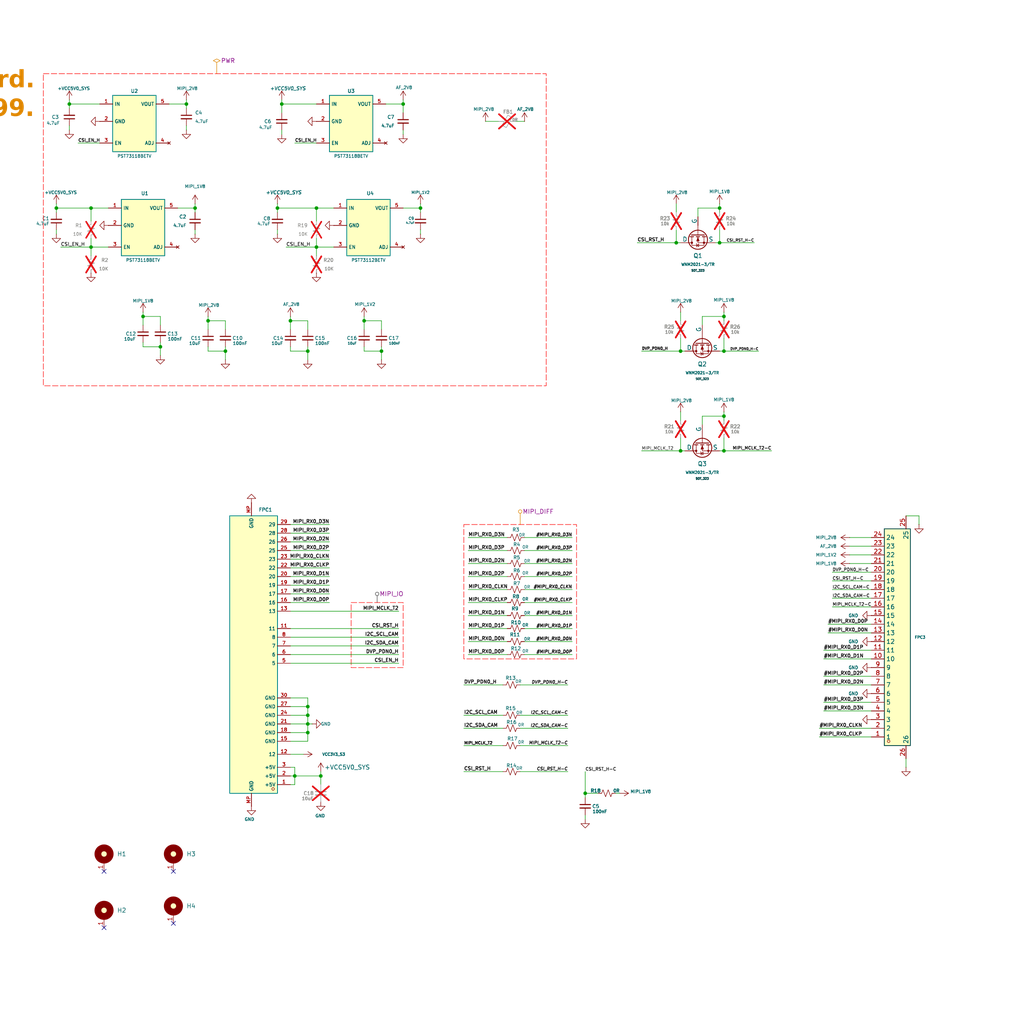
<source format=kicad_sch>
(kicad_sch (version 20250114) (generator "eeschema") (generator_version "9.0")
  (paper "User" 300 300)
  (title_block (title "Orange PI Camera") (date "2024-01-05") (rev "Rev 0.1a") (company "Andamak Electric"))
  (rectangle (start -198.12 17.78) (end -3.81 40.64) (stroke (width 0.381) (type dash) (color 194 0 0 1)))
  (text "Note" (at -187.706 14.732 0) (effects (font (size 5 5) (thickness 0.254) (bold yes))))
  (text "This Camera is to be connected to screen, not the board. \nYou will therefore need the 10.1inch Screen for RK3399." (at -101.092 29.21 0) (effects (font (size 5 5) (thickness 0.254) (bold yes) (italic yes))))
  (junction (at 171.45 232.41))
  (junction (at 111.76 102.87))
  (junction (at 123.19 60.96))
  (junction (at 85.09 93.98))
  (junction (at 82.55 30.48))
  (junction (at 198.12 71.12))
  (junction (at 212.09 102.87))
  (junction (at 210.82 60.96))
  (junction (at 93.98 227.33))
  (junction (at 60.96 93.98))
  (junction (at 90.17 209.55))
  (junction (at 57.15 60.96))
  (junction (at 212.09 121.92))
  (junction (at 92.71 60.96))
  (junction (at 90.17 102.87))
  (junction (at 92.71 72.39))
  (junction (at 16.51 60.96))
  (junction (at 90.17 212.09))
  (junction (at 46.99 101.6))
  (junction (at 210.82 71.12))
  (junction (at 26.67 60.96))
  (junction (at 20.32 30.48))
  (junction (at 26.67 72.39))
  (junction (at 199.39 102.87))
  (junction (at 66.04 102.87))
  (junction (at 212.09 92.71))
  (junction (at 86.36 227.33))
  (junction (at 118.11 30.48))
  (junction (at 212.09 132.08))
  (junction (at 41.91 92.71))
  (junction (at 54.61 30.48))
  (junction (at 106.68 93.98))
  (junction (at 90.17 214.63))
  (junction (at 90.17 207.01))
  (junction (at 199.39 132.08))
  (junction (at 81.28 60.96))
  (no_connect (at 30.48 255.27))
  (no_connect (at 50.8 270.51))
  (no_connect (at 50.8 255.27))
  (no_connect (at 30.48 271.78))
  (wire (pts (xy 137.16 180.34) (xy 148.59 180.34)))
  (wire (pts (xy 241.3 200.66) (xy 255.27 200.66)))
  (wire (pts (xy 41.91 100.33) (xy 41.91 101.6)))
  (wire (pts (xy 60.96 102.87) (xy 66.04 102.87)))
  (wire (pts (xy 90.17 212.09) (xy 85.09 212.09)))
  (wire (pts (xy 210.82 102.87) (xy 212.09 102.87)))
  (wire (pts (xy 52.07 60.96) (xy 57.15 60.96)))
  (wire (pts (xy 85.09 179.07) (xy 116.84 179.07)))
  (wire (pts (xy 198.12 59.69) (xy 198.12 62.23)))
  (wire (pts (xy 81.28 67.31) (xy 81.28 68.58)))
  (wire (pts (xy 265.43 224.79) (xy 265.43 222.25)))
  (wire (pts (xy 187.96 102.87) (xy 199.39 102.87)))
  (wire (pts (xy 153.67 176.53) (xy 167.64 176.53)))
  (wire (pts (xy 243.84 172.72) (xy 255.27 172.72)))
  (wire (pts (xy 153.67 187.96) (xy 167.64 187.96)))
  (wire (pts (xy 198.12 71.12) (xy 199.39 71.12)))
  (wire (pts (xy 137.16 191.77) (xy 148.59 191.77)))
  (wire (pts (xy 90.17 214.63) (xy 90.17 212.09)))
  (wire (pts (xy 26.67 72.39) (xy 31.75 72.39)))
  (wire (pts (xy 118.11 30.48) (xy 118.11 33.02)))
  (wire (pts (xy 111.76 102.87) (xy 111.76 105.41)))
  (wire (pts (xy 92.71 72.39) (xy 92.71 74.93)))
  (wire (pts (xy 17.78 72.39) (xy 26.67 72.39)))
  (wire (pts (xy 82.55 29.21) (xy 82.55 30.48)))
  (wire (pts (xy 85.09 184.15) (xy 116.84 184.15)))
  (wire (pts (xy 241.3 198.12) (xy 255.27 198.12)))
  (wire (pts (xy 171.45 232.41) (xy 171.45 233.68)))
  (wire (pts (xy 243.84 167.64) (xy 255.27 167.64)))
  (wire (pts (xy 85.09 102.87) (xy 90.17 102.87)))
  (wire (pts (xy 90.17 207.01) (xy 90.17 204.47)))
  (wire (pts (xy 210.82 59.69) (xy 210.82 60.96)))
  (wire (pts (xy 241.3 208.28) (xy 255.27 208.28)))
  (wire (pts (xy 22.86 41.91) (xy 29.21 41.91)))
  (wire (pts (xy 57.15 60.96) (xy 57.15 62.23)))
  (wire (pts (xy 90.17 96.52) (xy 90.17 93.98)))
  (wire (pts (xy 243.84 170.18) (xy 255.27 170.18)))
  (wire (pts (xy 118.11 39.37) (xy 118.11 38.1)))
  (wire (pts (xy 20.32 36.83) (xy 20.32 38.1)))
  (wire (pts (xy 242.57 185.42) (xy 255.27 185.42)))
  (wire (pts (xy 85.09 207.01) (xy 90.17 207.01)))
  (wire (pts (xy 241.3 205.74) (xy 255.27 205.74)))
  (wire (pts (xy 152.4 209.55) (xy 166.37 209.55)))
  (wire (pts (xy 86.36 229.87) (xy 86.36 227.33)))
  (wire (pts (xy 16.51 67.31) (xy 16.51 68.58)))
  (wire (pts (xy 86.36 224.79) (xy 86.36 227.33)))
  (wire (pts (xy 46.99 101.6) (xy 46.99 104.14)))
  (wire (pts (xy 20.32 30.48) (xy 20.32 31.75)))
  (wire (pts (xy 16.51 60.96) (xy 16.51 62.23)))
  (wire (pts (xy 123.19 59.69) (xy 123.19 60.96)))
  (wire (pts (xy 152.4 200.66) (xy 166.37 200.66)))
  (wire (pts (xy 212.09 92.71) (xy 212.09 93.98)))
  (wire (pts (xy 205.74 92.71) (xy 212.09 92.71)))
  (wire (pts (xy 205.74 124.46) (xy 205.74 121.92)))
  (wire (pts (xy 153.67 157.48) (xy 167.64 157.48)))
  (wire (pts (xy 90.17 209.55) (xy 90.17 207.01)))
  (wire (pts (xy 85.09 209.55) (xy 90.17 209.55)))
  (wire (pts (xy 153.67 172.72) (xy 167.64 172.72)))
  (wire (pts (xy 199.39 102.87) (xy 200.66 102.87)))
  (wire (pts (xy 210.82 60.96) (xy 210.82 62.23)))
  (wire (pts (xy 85.09 161.29) (xy 96.52 161.29)))
  (wire (pts (xy 81.28 59.69) (xy 81.28 60.96)))
  (wire (pts (xy 123.19 68.58) (xy 123.19 67.31)))
  (wire (pts (xy 85.09 229.87) (xy 86.36 229.87)))
  (wire (pts (xy 66.04 102.87) (xy 66.04 105.41)))
  (wire (pts (xy 135.89 209.55) (xy 147.32 209.55)))
  (wire (pts (xy 26.67 69.85) (xy 26.67 72.39)))
  (wire (pts (xy 91.44 212.09) (xy 90.17 212.09)))
  (wire (pts (xy 243.84 177.8) (xy 255.27 177.8)))
  (wire (pts (xy 81.28 60.96) (xy 92.71 60.96)))
  (wire (pts (xy 123.19 60.96) (xy 123.19 62.23)))
  (wire (pts (xy 85.09 217.17) (xy 90.17 217.17)))
  (wire (pts (xy 248.92 165.1) (xy 255.27 165.1)))
  (wire (pts (xy 212.09 99.06) (xy 212.09 102.87)))
  (wire (pts (xy 26.67 72.39) (xy 26.67 74.93)))
  (wire (pts (xy 171.45 240.03) (xy 171.45 238.76)))
  (wire (pts (xy 137.16 172.72) (xy 148.59 172.72)))
  (wire (pts (xy 83.82 72.39) (xy 92.71 72.39)))
  (wire (pts (xy 240.03 213.36) (xy 255.27 213.36)))
  (wire (pts (xy 212.09 120.65) (xy 212.09 121.92)))
  (wire (pts (xy 85.09 186.69) (xy 116.84 186.69)))
  (wire (pts (xy 85.09 153.67) (xy 96.52 153.67)))
  (wire (pts (xy 85.09 92.71) (xy 85.09 93.98)))
  (wire (pts (xy 60.96 93.98) (xy 60.96 96.52)))
  (wire (pts (xy 153.67 184.15) (xy 167.64 184.15)))
  (wire (pts (xy 82.55 38.1) (xy 82.55 39.37)))
  (wire (pts (xy 212.09 132.08) (xy 226.06 132.08)))
  (wire (pts (xy 199.39 120.65) (xy 199.39 123.19)))
  (wire (pts (xy 118.11 29.21) (xy 118.11 30.48)))
  (wire (pts (xy 90.17 217.17) (xy 90.17 214.63)))
  (wire (pts (xy 49.53 30.48) (xy 54.61 30.48)))
  (wire (pts (xy 66.04 101.6) (xy 66.04 102.87)))
  (wire (pts (xy 199.39 132.08) (xy 200.66 132.08)))
  (wire (pts (xy 46.99 100.33) (xy 46.99 101.6)))
  (wire (pts (xy 66.04 93.98) (xy 60.96 93.98)))
  (wire (pts (xy 248.92 157.48) (xy 255.27 157.48)))
  (wire (pts (xy 93.98 226.06) (xy 93.98 227.33)))
  (wire (pts (xy 153.67 161.29) (xy 167.64 161.29)))
  (wire (pts (xy 152.4 226.06) (xy 166.37 226.06)))
  (wire (pts (xy 152.4 213.36) (xy 166.37 213.36)))
  (wire (pts (xy 242.57 182.88) (xy 255.27 182.88)))
  (wire (pts (xy 88.9 220.98) (xy 85.09 220.98)))
  (wire (pts (xy 86.36 41.91) (xy 92.71 41.91)))
  (wire (pts (xy 209.55 71.12) (xy 210.82 71.12)))
  (wire (pts (xy 186.69 71.12) (xy 198.12 71.12)))
  (wire (pts (xy 57.15 59.69) (xy 57.15 60.96)))
  (wire (pts (xy 85.09 163.83) (xy 96.52 163.83)))
  (wire (pts (xy 16.51 60.96) (xy 26.67 60.96)))
  (wire (pts (xy 171.45 232.41) (xy 175.26 232.41)))
  (wire (pts (xy 60.96 101.6) (xy 60.96 102.87)))
  (wire (pts (xy 85.09 171.45) (xy 96.52 171.45)))
  (wire (pts (xy 248.92 162.56) (xy 255.27 162.56)))
  (wire (pts (xy 118.11 60.96) (xy 123.19 60.96)))
  (wire (pts (xy 85.09 189.23) (xy 116.84 189.23)))
  (wire (pts (xy 210.82 132.08) (xy 212.09 132.08)))
  (wire (pts (xy 106.68 102.87) (xy 111.76 102.87)))
  (wire (pts (xy 199.39 128.27) (xy 199.39 132.08)))
  (wire (pts (xy 269.24 153.67) (xy 269.24 151.13)))
  (wire (pts (xy 20.32 29.21) (xy 20.32 30.48)))
  (wire (pts (xy 187.96 132.08) (xy 199.39 132.08)))
  (wire (pts (xy 135.89 200.66) (xy 147.32 200.66)))
  (wire (pts (xy 86.36 227.33) (xy 93.98 227.33)))
  (wire (pts (xy 243.84 175.26) (xy 255.27 175.26)))
  (wire (pts (xy 106.68 93.98) (xy 106.68 96.52)))
  (wire (pts (xy 82.55 30.48) (xy 82.55 33.02)))
  (wire (pts (xy 111.76 96.52) (xy 111.76 93.98)))
  (wire (pts (xy 46.99 92.71) (xy 41.91 92.71)))
  (wire (pts (xy 137.16 184.15) (xy 148.59 184.15)))
  (wire (pts (xy 41.91 92.71) (xy 41.91 95.25)))
  (wire (pts (xy 20.32 30.48) (xy 29.21 30.48)))
  (wire (pts (xy 137.16 168.91) (xy 148.59 168.91)))
  (wire (pts (xy 212.09 128.27) (xy 212.09 132.08)))
  (wire (pts (xy 85.09 173.99) (xy 96.52 173.99)))
  (wire (pts (xy 212.09 91.44) (xy 212.09 92.71)))
  (wire (pts (xy 198.12 67.31) (xy 198.12 71.12)))
  (wire (pts (xy 204.47 63.5) (xy 204.47 60.96)))
  (wire (pts (xy 81.28 60.96) (xy 81.28 62.23)))
  (wire (pts (xy 16.51 59.69) (xy 16.51 60.96)))
  (wire (pts (xy 90.17 212.09) (xy 90.17 209.55)))
  (wire (pts (xy 248.92 160.02) (xy 255.27 160.02)))
  (wire (pts (xy 41.91 101.6) (xy 46.99 101.6)))
  (wire (pts (xy 265.43 151.13) (xy 269.24 151.13)))
  (wire (pts (xy 85.09 166.37) (xy 96.52 166.37)))
  (wire (pts (xy 26.67 60.96) (xy 26.67 64.77)))
  (wire (pts (xy 142.24 35.56) (xy 146.05 35.56)))
  (wire (pts (xy 82.55 30.48) (xy 92.71 30.48)))
  (wire (pts (xy 153.67 180.34) (xy 167.64 180.34)))
  (wire (pts (xy 54.61 30.48) (xy 54.61 31.75)))
  (wire (pts (xy 153.67 168.91) (xy 167.64 168.91)))
  (wire (pts (xy 41.91 91.44) (xy 41.91 92.71)))
  (wire (pts (xy 199.39 99.06) (xy 199.39 102.87)))
  (wire (pts (xy 212.09 121.92) (xy 212.09 123.19)))
  (wire (pts (xy 54.61 38.1) (xy 54.61 36.83)))
  (wire (pts (xy 181.61 232.41) (xy 180.34 232.41)))
  (wire (pts (xy 66.04 96.52) (xy 66.04 93.98)))
  (wire (pts (xy 57.15 68.58) (xy 57.15 67.31)))
  (wire (pts (xy 92.71 72.39) (xy 97.79 72.39)))
  (wire (pts (xy 210.82 67.31) (xy 210.82 71.12)))
  (wire (pts (xy 85.09 214.63) (xy 90.17 214.63)))
  (wire (pts (xy 85.09 93.98) (xy 85.09 96.52)))
  (wire (pts (xy 106.68 101.6) (xy 106.68 102.87)))
  (wire (pts (xy 85.09 158.75) (xy 96.52 158.75)))
  (wire (pts (xy 199.39 91.44) (xy 199.39 93.98)))
  (wire (pts (xy 205.74 121.92) (xy 212.09 121.92)))
  (wire (pts (xy 54.61 29.21) (xy 54.61 30.48)))
  (wire (pts (xy 46.99 95.25) (xy 46.99 92.71)))
  (wire (pts (xy 210.82 71.12) (xy 220.98 71.12)))
  (wire (pts (xy 93.98 227.33) (xy 93.98 229.87)))
  (wire (pts (xy 106.68 92.71) (xy 106.68 93.98)))
  (wire (pts (xy 111.76 93.98) (xy 106.68 93.98)))
  (wire (pts (xy 85.09 168.91) (xy 96.52 168.91)))
  (wire (pts (xy 26.67 60.96) (xy 31.75 60.96)))
  (wire (pts (xy 137.16 161.29) (xy 148.59 161.29)))
  (wire (pts (xy 135.89 218.44) (xy 147.32 218.44)))
  (wire (pts (xy 137.16 165.1) (xy 148.59 165.1)))
  (wire (pts (xy 85.09 224.79) (xy 86.36 224.79)))
  (wire (pts (xy 241.3 193.04) (xy 255.27 193.04)))
  (wire (pts (xy 113.03 30.48) (xy 118.11 30.48)))
  (wire (pts (xy 90.17 101.6) (xy 90.17 102.87)))
  (wire (pts (xy 135.89 226.06) (xy 147.32 226.06)))
  (wire (pts (xy 85.09 156.21) (xy 96.52 156.21)))
  (wire (pts (xy 60.96 92.71) (xy 60.96 93.98)))
  (wire (pts (xy 85.09 176.53) (xy 96.52 176.53)))
  (wire (pts (xy 171.45 226.06) (xy 171.45 232.41)))
  (wire (pts (xy 92.71 60.96) (xy 92.71 64.77)))
  (wire (pts (xy 92.71 69.85) (xy 92.71 72.39)))
  (wire (pts (xy 153.67 35.56) (xy 151.13 35.56)))
  (wire (pts (xy 92.71 60.96) (xy 97.79 60.96)))
  (wire (pts (xy 85.09 204.47) (xy 90.17 204.47)))
  (wire (pts (xy 137.16 157.48) (xy 148.59 157.48)))
  (wire (pts (xy 241.3 190.5) (xy 255.27 190.5)))
  (wire (pts (xy 85.09 191.77) (xy 116.84 191.77)))
  (wire (pts (xy 85.09 194.31) (xy 116.84 194.31)))
  (wire (pts (xy 153.67 191.77) (xy 167.64 191.77)))
  (wire (pts (xy 90.17 93.98) (xy 85.09 93.98)))
  (wire (pts (xy 90.17 102.87) (xy 90.17 105.41)))
  (wire (pts (xy 137.16 176.53) (xy 148.59 176.53)))
  (wire (pts (xy 240.03 215.9) (xy 255.27 215.9)))
  (wire (pts (xy 153.67 165.1) (xy 167.64 165.1)))
  (wire (pts (xy 86.36 227.33) (xy 85.09 227.33)))
  (wire (pts (xy 135.89 213.36) (xy 147.32 213.36)))
  (wire (pts (xy 152.4 218.44) (xy 166.37 218.44)))
  (wire (pts (xy 85.09 101.6) (xy 85.09 102.87)))
  (wire (pts (xy 205.74 95.25) (xy 205.74 92.71)))
  (wire (pts (xy 204.47 60.96) (xy 210.82 60.96)))
  (wire (pts (xy 212.09 102.87) (xy 222.25 102.87)))
  (wire (pts (xy 111.76 101.6) (xy 111.76 102.87)))
  (wire (pts (xy 137.16 187.96) (xy 148.59 187.96)))
  (label "#MIPI_RX0_D0N" (at 242.57 185.42 0) (effects (font (size 1 1) (thickness 0.2) (bold yes))))
  (label "MIPI_RX0_D0N" (at 96.52 173.99 180) (effects (font (size 1 1) (thickness 0.2) (bold yes))))
  (label "DVP_PDN0_H" (at 116.84 191.77 180) (effects (font (size 1 1) (thickness 0.2) (bold yes))))
  (label "#MIPI_RX0_D3P" (at 241.3 205.74 0) (effects (font (size 1 1) (thickness 0.2) (bold yes))))
  (label "CSI_RST_H-C" (at 171.45 226.06 0) (effects (font (size 0.9 0.9))))
  (label "MIPI_RX0_CLKN" (at 96.52 163.83 180) (effects (font (size 1 1) (thickness 0.2) (bold yes))))
  (label "CSI_RST_H" (at 186.69 71.12 0) (effects (font (size 1 1) (thickness 0.2) (bold yes))))
  (label "MIPI_RX0_D3P" (at 96.52 156.21 180) (effects (font (size 1 1) (thickness 0.2) (bold yes))))
  (label "CSI_EN_H" (at 86.36 41.91 0) (effects (font (size 0.9 0.9) (thickness 0.18) (bold yes))))
  (label "#MIPI_RX0_D1P" (at 167.64 184.15 180) (effects (font (size 0.9 0.9) (thickness 0.2) (bold yes) (italic yes))))
  (label "CSI_EN_H" (at 22.86 41.91 0) (effects (font (size 0.9 0.9) (thickness 0.18) (bold yes))))
  (label "#MIPI_RX0_D0P" (at 242.57 182.88 0) (effects (font (size 1 1) (thickness 0.2) (bold yes))))
  (label "I2C_SDA_CAM-C" (at 243.84 175.26 0) (effects (font (size 0.9 0.9))))
  (label "#MIPI_RX0_D0N" (at 167.64 187.96 180) (effects (font (size 0.9 0.9) (thickness 0.2) (bold yes) (italic yes))))
  (label "MIPI_RX0_D3N" (at 137.16 157.48 0) (effects (font (size 1 1) (thickness 0.2) (bold yes))))
  (label "MIPI_MCLK_T2-C" (at 226.06 132.08 180) (effects (font (size 0.9 0.9) (thickness 0.18) (bold yes))))
  (label "MIPI_RX0_D0P" (at 137.16 191.77 0) (effects (font (size 1 1) (thickness 0.2) (bold yes))))
  (label "#MIPI_RX0_D2P" (at 241.3 198.12 0) (effects (font (size 1 1) (thickness 0.2) (bold yes))))
  (label "I2C_SCL_CAM" (at 135.89 209.55 0) (effects (font (size 1 1) (thickness 0.2) (bold yes))))
  (label "#MIPI_RX0_D1P" (at 241.3 190.5 0) (effects (font (size 1 1) (thickness 0.2) (bold yes))))
  (label "#MIPI_RX0_CLKN" (at 240.03 213.36 0) (effects (font (size 1 1) (thickness 0.2) (bold yes))))
  (label "MIPI_MCLK_T2-C" (at 166.37 218.44 180) (effects (font (size 0.9 0.9) (thickness 0.18) (bold yes) (italic yes))))
  (label "#MIPI_RX0_D0P" (at 167.64 191.77 180) (effects (font (size 0.9 0.9) (thickness 0.2) (bold yes) (italic yes))))
  (label "MIPI_RX0_CLKP" (at 96.52 166.37 180) (effects (font (size 1 1) (thickness 0.2) (bold yes))))
  (label "MIPI_RX0_D3P" (at 137.16 161.29 0) (effects (font (size 1 1) (thickness 0.2) (bold yes))))
  (label "MIPI_RX0_D3N" (at 96.52 153.67 180) (effects (font (size 1 1) (thickness 0.2) (bold yes))))
  (label "I2C_SDA_CAM" (at 116.84 189.23 180) (effects (font (size 1 1) (thickness 0.2) (bold yes))))
  (label "MIPI_RX0_CLKP" (at 137.16 176.53 0) (effects (font (size 1 1) (thickness 0.2) (bold yes))))
  (label "MIPI_RX0_D2P" (at 137.16 168.91 0) (effects (font (size 1 1) (thickness 0.2) (bold yes))))
  (label "#MIPI_RX0_D3N" (at 241.3 208.28 0) (effects (font (size 1 1) (thickness 0.2) (bold yes))))
  (label "#MIPI_RX0_D2N" (at 167.64 165.1 180) (effects (font (size 0.9 0.9) (thickness 0.2) (bold yes) (italic yes))))
  (label "#MIPI_RX0_D3N" (at 167.64 157.48 180) (effects (font (size 0.9 0.9) (thickness 0.2) (bold yes) (italic yes))))
  (label "#MIPI_RX0_CLKN" (at 167.64 172.72 180) (effects (font (size 0.9 0.9) (thickness 0.2) (bold yes) (italic yes))))
  (label "#MIPI_RX0_CLKP" (at 240.03 215.9 0) (effects (font (size 1 1) (thickness 0.2) (bold yes))))
  (label "MIPI_MCLK_T2" (at 187.96 132.08 0) (effects (font (size 0.9 0.9) (thickness 0.1125))))
  (label "MIPI_RX0_D1N" (at 137.16 180.34 0) (effects (font (size 1 1) (thickness 0.2) (bold yes))))
  (label "CSI_RST_H" (at 116.84 184.15 180) (effects (font (size 1 1) (thickness 0.2) (bold yes))))
  (label "#MIPI_RX0_D1N" (at 241.3 193.04 0) (effects (font (size 1 1) (thickness 0.2) (bold yes))))
  (label "I2C_SCL_CAM-C" (at 166.37 209.55 180) (effects (font (size 0.9 0.9) (thickness 0.18) (bold yes) (italic yes))))
  (label "I2C_SDA_CAM" (at 135.89 213.36 0) (effects (font (size 1 1) (thickness 0.2) (bold yes))))
  (label "MIPI_RX0_CLKN" (at 137.16 172.72 0) (effects (font (size 1 1) (thickness 0.2) (bold yes))))
  (label "I2C_SCL_CAM-C" (at 243.84 172.72 0) (effects (font (size 0.9 0.9))))
  (label "I2C_SDA_CAM-C" (at 166.37 213.36 180) (effects (font (size 0.9 0.9) (thickness 0.18) (bold yes) (italic yes))))
  (label "MIPI_RX0_D1P" (at 137.16 184.15 0) (effects (font (size 1 1) (thickness 0.2) (bold yes))))
  (label "I2C_SCL_CAM" (at 116.84 186.69 180) (effects (font (size 1 1) (thickness 0.2) (bold yes))))
  (label "MIPI_RX0_D1P" (at 96.52 171.45 180) (effects (font (size 1 1) (thickness 0.2) (bold yes))))
  (label "CSI_EN_H" (at 83.82 72.39 0) (effects (font (size 1 1))))
  (label "CSI_EN_H" (at 17.78 72.39 0) (effects (font (size 1 1))))
  (label "MIPI_RX0_D0N" (at 137.16 187.96 0) (effects (font (size 1 1) (thickness 0.2) (bold yes))))
  (label "MIPI_MCLK_T2" (at 116.84 179.07 180) (effects (font (size 1 1) (thickness 0.2) (bold yes))))
  (label "MIPI_RX0_D2N" (at 137.16 165.1 0) (effects (font (size 1 1) (thickness 0.2) (bold yes))))
  (label "#MIPI_RX0_D3P" (at 167.64 161.29 180) (effects (font (size 0.9 0.9) (thickness 0.2) (bold yes) (italic yes))))
  (label "MIPI_MCLK_T2-C" (at 243.84 177.8 0) (effects (font (size 0.9 0.9))))
  (label "DVP_PDN0_H-C" (at 166.37 200.66 180) (effects (font (size 0.9 0.9) (thickness 0.18) (bold yes) (italic yes))))
  (label "DVP_PDN0_H-C" (at 243.84 167.64 0) (effects (font (size 0.9 0.9))))
  (label "MIPI_RX0_D2P" (at 96.52 161.29 180) (effects (font (size 1 1) (thickness 0.2) (bold yes))))
  (label "#MIPI_RX0_D1N" (at 167.64 180.34 180) (effects (font (size 0.9 0.9) (thickness 0.2) (bold yes) (italic yes))))
  (label "MIPI_MCLK_T2" (at 135.89 218.44 0) (effects (font (size 0.8 0.8) (thickness 0.2) (bold yes))))
  (label "MIPI_RX0_D0P" (at 96.52 176.53 180) (effects (font (size 1 1) (thickness 0.2) (bold yes))))
  (label "DVP_PDN0_H" (at 187.96 102.87 0) (effects (font (size 0.8 0.8) (thickness 0.2) (bold yes))))
  (label "CSI_RST_H" (at 135.89 226.06 0) (effects (font (size 1 1) (thickness 0.2) (bold yes))))
  (label "CSI_RST_H-C" (at 220.98 71.12 180) (effects (font (size 0.8 0.8) (thickness 0.16) (bold yes))))
  (label "MIPI_RX0_D1N" (at 96.52 168.91 180) (effects (font (size 1 1) (thickness 0.2) (bold yes))))
  (label "#MIPI_RX0_CLKP" (at 167.64 176.53 180) (effects (font (size 0.9 0.9) (thickness 0.2) (bold yes) (italic yes))))
  (label "MIPI_RX0_D2N" (at 96.52 158.75 180) (effects (font (size 1 1) (thickness 0.2) (bold yes))))
  (label "#MIPI_RX0_D2P" (at 167.64 168.91 180) (effects (font (size 0.9 0.9) (thickness 0.2) (bold yes) (italic yes))))
  (label "CSI_RST_H-C" (at 166.37 226.06 180) (effects (font (size 0.9 0.9) (thickness 0.18) (bold yes) (italic yes))))
  (label "CSI_EN_H" (at 116.84 194.31 180) (effects (font (size 1 1) (thickness 0.2) (bold yes))))
  (label "DVP_PDN0_H" (at 135.89 200.66 0) (effects (font (size 1 1) (thickness 0.2) (bold yes))))
  (label "DVP_PDN0_H-C" (at 222.25 102.87 180) (effects (font (size 0.7 0.7) (thickness 0.16) (bold yes))))
  (label "CSI_RST_H-C" (at 243.84 170.18 0) (effects (font (size 0.9 0.9))))
  (label "#MIPI_RX0_D2N" (at 241.3 200.66 0) (effects (font (size 1 1) (thickness 0.2) (bold yes))))
  (rule_area (polyline (pts (xy 102.87 176.53) (xy 118.11 176.53) (xy 118.11 195.58) (xy 102.87 195.58)) (stroke (width 0) (type dash))))
  (rule_area (polyline (pts (xy 12.7 21.59) (xy 160.02 21.59) (xy 160.02 113.03) (xy 12.7 113.03)) (stroke (width 0) (type dash))))
  (rule_area (polyline (pts (xy 135.89 153.67) (xy 168.91 153.67) (xy 168.91 193.04) (xy 135.89 193.04)) (stroke (width 0) (type dash))))
  (netclass_flag "" (length 2.54) (shape round) (at 110.49 176.53 0) (property "Netclass" "MIPI_IO" (at 111.1885 173.99 0) (effects (justify left))))
  (netclass_flag "" (length 3.81) (shape diamond) (at 63.5 21.59 0) (property "Netclass" "PWR" (at 64.7065 17.78 0) (effects (justify left))))
  (netclass_flag "" (length 3.81) (shape round) (at 152.4 153.67 0) (property "Netclass" "MIPI_DIFF" (at 153.0985 149.86 0) (effects (justify left))))
  (symbol (lib_id "RKCamera_Duplicate:C_Small") (at 118.11 35.56 0) (mirror y) (unit 1)
    (property "Reference" "C7" (at 115.57 34.2962 0) (effects (font (size 1 1)) (justify left)))
    (property "Value" "4.7uF" (at 115.57 36.8363 0) (effects (font (size 0.9 0.9)) (justify left)))
    (property "Footprint" "Parts:C_0402_1005Metric" (effects (hide yes)))
    (property "Description" "Unpolarized capacitor, small symbol" (effects (hide yes)))
  )
  (symbol (lib_id "RKCamera_Duplicate:R_Small_US") (at 92.71 67.31 0) (mirror y) (unit 1) (in_bom no) (dnp yes)
    (property "Reference" "R19" (at 90.17 66.0399 0) (effects (font (size 1 1)) (justify left)))
    (property "Value" "10K" (at 90.17 68.5799 0) (effects (font (size 0.9 0.9)) (justify left)))
    (property "Footprint" "Parts:R_0402_1005Metric" (effects (hide yes)))
    (property "Description" "Resistor, small US symbol" (effects (hide yes)))
  )
  (symbol (lib_id "power:+1V8") (at 212.09 120.65 0) (unit 1)
    (property "Reference" "#PWR041" (effects (hide yes)))
    (property "Value" "MIPI_1V8" (at 212.09 117.094 0) (effects (font (size 0.9 0.9))))
    (property "Description" "Power symbol creates a global label with name \"MIPI_1V8\"" (effects (hide yes)))
  )
  (symbol (lib_id "RKCamera_Duplicate:R_Small_US") (at 151.13 184.15 270) (unit 1)
    (property "Reference" "R10" (at 151.13 182.372 90) (effects (font (size 1 1))))
    (property "Value" "0R" (at 153.924 183.134 90) (effects (font (size 0.9 0.9) (thickness 0.1125))))
    (property "Footprint" "Parts:R_0402_1005Metric" (effects (hide yes)))
    (property "Description" "Resistor, small US symbol" (effects (hide yes)))
  )
  (symbol (lib_id "power:+1V8") (at 248.92 162.56 90) (unit 1)
    (property "Reference" "#PWR060" (effects (hide yes)))
    (property "Value" "MIPI_1V2" (at 245.11 162.56 90) (effects (font (size 0.9 0.9)) (justify left)))
    (property "Description" "Power symbol creates a global label with name \"+1V8\"" (effects (hide yes)))
  )
  (symbol (lib_id "power:GND") (at 171.45 240.03 0) (unit 1)
    (property "Reference" "#PWR027" (effects (hide yes)))
    (property "Value" "GND" (effects (hide yes)))
    (property "Description" "Power symbol creates a global label with name \"GND\" , ground" (effects (hide yes)))
  )
  (symbol (lib_id "RKCamera_Duplicate:R_Small_US") (at 151.13 168.91 270) (unit 1)
    (property "Reference" "R6" (at 151.384 167.132 90) (effects (font (size 1 1))))
    (property "Value" "0R" (at 153.924 167.894 90) (effects (font (size 0.9 0.9) (thickness 0.1125))))
    (property "Footprint" "Parts:R_0402_1005Metric" (effects (hide yes)))
    (property "Description" "Resistor, small US symbol" (effects (hide yes)))
  )
  (symbol (lib_id "RKCamera_Duplicate:C_Small") (at 171.45 236.22 0) (unit 1)
    (property "Reference" "C5" (at 173.482 236.22 0) (effects (font (size 1 1)) (justify left)))
    (property "Value" "100nF" (at 173.482 237.744 0) (effects (font (size 0.9 0.9) (thickness 0.18) (bold yes)) (justify left)))
    (property "Footprint" "Parts:C_0402_1005Metric" (effects (hide yes)))
    (property "Description" "Unpolarized capacitor, small symbol" (effects (hide yes)))
  )
  (symbol (lib_id "power:+5V") (at 82.55 29.21 0) (unit 1)
    (property "Reference" "#PWR030" (effects (hide yes)))
    (property "Value" "+VCC5V0_SYS" (at 78.994 25.908 0) (effects (font (size 1 1) (thickness 0.18) (bold yes) (italic yes)) (justify left)))
    (property "Description" "Power symbol creates a global label with name \"+5V\"" (effects (hide yes)))
  )
  (symbol (lib_id "RKCamera_Duplicate:R_Small_US") (at 151.13 180.34 270) (unit 1)
    (property "Reference" "R9" (at 150.876 178.308 90) (effects (font (size 1 1))))
    (property "Value" "0R" (at 154.432 179.578 90) (effects (font (size 0.9 0.9) (thickness 0.1125))))
    (property "Footprint" "Parts:R_0402_1005Metric" (effects (hide yes)))
    (property "Description" "Resistor, small US symbol" (effects (hide yes)))
  )
  (symbol (lib_id "RKCamera_Duplicate:C_Small") (at 81.28 64.77 180) (unit 1)
    (property "Reference" "C8" (at 79.248 64.008 0) (effects (font (size 1 1)) (justify left)))
    (property "Value" "4.7uF" (at 79.248 65.532 0) (effects (font (size 0.9 0.9)) (justify left)))
    (property "Footprint" "Parts:C_0402_1005Metric" (effects (hide yes)))
    (property "Description" "Unpolarized capacitor, small symbol" (effects (hide yes)))
  )
  (symbol (lib_id "RKCamera_Duplicate:C_Small") (at 16.51 64.77 180) (unit 1)
    (property "Reference" "C1" (at 14.478 64.008 0) (effects (font (size 1 1)) (justify left)))
    (property "Value" "4.7uF" (at 14.478 65.532 0) (effects (font (size 0.9 0.9)) (justify left)))
    (property "Footprint" "Parts:C_0402_1005Metric" (effects (hide yes)))
    (property "Description" "Unpolarized capacitor, small symbol" (effects (hide yes)))
  )
  (symbol (lib_id "power:+1V8") (at 142.24 35.56 0) (unit 1)
    (property "Reference" "#PWR028" (effects (hide yes)))
    (property "Value" "MIPI_2V8" (at 141.732 32.004 0) (effects (font (size 0.9 0.9))))
    (property "Description" "Power symbol creates a global label with name \"MIPI_1V8\"" (effects (hide yes)))
  )
  (symbol (lib_id "RKCamera_Duplicate:R_Small_US") (at 26.67 67.31 0) (mirror y) (unit 1) (dnp yes)
    (property "Reference" "R1" (at 24.13 66.0399 0) (effects (font (size 1 1)) (justify left)))
    (property "Value" "10K" (at 24.13 68.5799 0) (effects (font (size 0.9 0.9)) (justify left)))
    (property "Footprint" "Parts:R_0402_1005Metric" (effects (hide yes)))
    (property "Description" "Resistor, small US symbol" (effects (hide yes)))
  )
  (symbol (lib_id "RKCamera_Duplicate:PST73118B") (at 41.91 67.31 0) (unit 1)
    (property "Reference" "U1" (at 42.418 56.642 0) (effects (font (size 1 1))))
    (property "Value" "PST73118BETV" (at 41.91 76.2 0) (effects (font (size 0.9 0.9) (thickness 0.1125))))
    (property "Footprint" "Package_TO_SOT_SMD:SOT-23-5_HandSoldering" (effects (hide yes)))
  )
  (symbol (lib_id "RKCamera_Duplicate:R_Small_US") (at 210.82 64.77 0) (mirror y) (unit 1) (in_bom no) (dnp yes)
    (property "Reference" "R24" (at 214.122 64.008 0) (effects (font (size 1 1) (thickness 0.2) (bold yes))))
    (property "Value" "10k" (at 214.122 65.532 0) (effects (font (size 0.9 0.9) (thickness 0.18) (bold yes))))
    (property "Footprint" "Parts:R_0402_1005Metric" (effects (hide yes)))
    (property "Description" "Resistor, small US symbol" (effects (hide yes)))
  )
  (symbol (lib_id "RKCamera_Duplicate:NMOS") (at 205.74 129.54 90) (mirror x) (unit 1)
    (property "Reference" "Q3" (at 205.74 135.89 90))
    (property "Value" "WNM2021-3/TR" (at 205.74 138.43 90) (effects (font (size 0.8 0.8))))
    (property "Footprint" "Package_TO_SOT_SMD:SOT-323_SC-70" (effects (hide yes)))
    (property "Datasheet" "https://ngspice.sourceforge.io/docs/ngspice-html-manual/manual.xhtml#cha_MOSFETs" (effects (hide yes)))
    (property "Description" "N-MOSFET transistor, drain/source/gate" (effects (hide yes)))
    (property "Sim.Device" "NMOS" (effects (hide yes)))
    (property "Sim.Type" "VDMOS" (effects (hide yes)))
    (property "Sim.Pins" "1=D 2=G 3=S" (effects (hide yes)))
    (property "FootPrint_" "SOT_323" (at 205.74 140.208 90) (effects (font (size 0.6 0.6))))
  )
  (symbol (lib_id "RKCamera_Duplicate:R_Small_US") (at 212.09 96.52 0) (mirror y) (unit 1) (in_bom no) (dnp yes)
    (property "Reference" "R26" (at 215.392 95.758 0) (effects (font (size 1 1) (thickness 0.2) (bold yes))))
    (property "Value" "10k" (at 215.392 97.282 0) (effects (font (size 0.9 0.9) (thickness 0.18) (bold yes))))
    (property "Footprint" "Parts:R_0402_1005Metric" (effects (hide yes)))
    (property "Description" "Resistor, small US symbol" (effects (hide yes)))
  )
  (symbol (lib_id "power:GND") (at 66.04 105.41 0) (unit 1)
    (property "Reference" "#PWR048" (effects (hide yes)))
    (property "Value" "GND" (effects (hide yes)))
    (property "Description" "Power symbol creates a global label with name \"GND\" , ground" (effects (hide yes)))
  )
  (symbol (lib_id "RKCamera_Duplicate:PST73118B") (at 102.87 36.83 0) (unit 1)
    (property "Reference" "U3" (at 102.87 26.67 0) (effects (font (size 1 1))))
    (property "Value" "PST73118BETV" (at 102.87 45.72 0) (effects (font (size 0.9 0.9) (thickness 0.1125))))
    (property "Footprint" "Package_TO_SOT_SMD:SOT-23-5_HandSoldering" (effects (hide yes)))
  )
  (symbol (lib_id "power:+5V") (at 93.98 226.06 0) (unit 1)
    (property "Reference" "#PWR054" (effects (hide yes)))
    (property "Value" "+VCC5V0_SYS" (at 94.996 224.79 0) (effects (font (thickness 0.18) (bold yes)) (justify left)))
    (property "Description" "Power symbol creates a global label with name \"+5V\"" (effects (hide yes)))
  )
  (symbol (lib_id "RKCamera_Duplicate:R_Small_US") (at 212.09 125.73 0) (mirror y) (unit 1) (in_bom no) (dnp yes)
    (property "Reference" "R22" (at 215.392 124.968 0) (effects (font (size 1 1) (thickness 0.2) (bold yes))))
    (property "Value" "10k" (at 215.392 126.492 0) (effects (font (size 0.9 0.9) (thickness 0.18) (bold yes))))
    (property "Footprint" "Parts:R_0402_1005Metric" (effects (hide yes)))
    (property "Description" "Resistor, small US symbol" (effects (hide yes)))
  )
  (symbol (lib_id "RKCamera_Duplicate:MountingHole_M3_3.2mm_Pad") (at 50.8 250.19 0) (unit 1)
    (property "Reference" "H3" (at 54.61 250.1899 0) (effects (justify left)))
    (property "Value" "MountingHole_M3_2.2mm_Pad" (effects (hide yes)))
    (property "Footprint" "MountingHole:MountingHole_2.2mm_M2_DIN965_Pad_TopBottom" (effects (hide yes)))
    (property "Description" "3.2mm Diameter Mounting Hole Pad (M3)" (effects (hide yes)))
  )
  (symbol (lib_id "power:+1V8") (at 41.91 91.44 0) (unit 1)
    (property "Reference" "#PWR047" (effects (hide yes)))
    (property "Value" "MIPI_1V8" (at 41.91 88.138 0) (effects (font (size 0.9 0.9))))
    (property "Description" "Power symbol creates a global label with name \"MIPI_1V8\"" (effects (hide yes)))
  )
  (symbol (lib_id "power:GND") (at 31.75 66.04 270) (unit 1)
    (property "Reference" "#PWR05" (effects (hide yes)))
    (property "Value" "GND" (effects (hide yes)))
    (property "Description" "Power symbol creates a global label with name \"GND\" , ground" (effects (hide yes)))
  )
  (symbol (lib_id "RKCamera_Duplicate:NMOS") (at 205.74 100.33 90) (mirror x) (unit 1)
    (property "Reference" "Q2" (at 205.74 106.68 90))
    (property "Value" "WNM2021-3/TR" (at 205.74 109.22 90) (effects (font (size 0.8 0.8))))
    (property "Footprint" "Package_TO_SOT_SMD:SOT-323_SC-70" (effects (hide yes)))
    (property "Datasheet" "https://ngspice.sourceforge.io/docs/ngspice-html-manual/manual.xhtml#cha_MOSFETs" (effects (hide yes)))
    (property "Description" "N-MOSFET transistor, drain/source/gate" (effects (hide yes)))
    (property "Sim.Device" "NMOS" (effects (hide yes)))
    (property "Sim.Type" "VDMOS" (effects (hide yes)))
    (property "Sim.Pins" "1=D 2=G 3=S" (effects (hide yes)))
    (property "FootPrint_" "SOT_323" (at 205.74 110.998 90) (effects (font (size 0.6 0.6))))
  )
  (symbol (lib_id "power:+5V") (at 81.28 59.69 0) (unit 1)
    (property "Reference" "#PWR04" (effects (hide yes)))
    (property "Value" "+VCC5V0_SYS" (at 77.724 56.388 0) (effects (font (size 1 1) (thickness 0.2) (bold yes) (italic yes)) (justify left)))
    (property "Description" "Power symbol creates a global label with name \"+5V\"" (effects (hide yes)))
  )
  (symbol (lib_id "power:GND") (at 73.66 147.32 180) (unit 1)
    (property "Reference" "#PWR010" (effects (hide yes)))
    (property "Value" "GND" (effects (hide yes)))
    (property "Description" "Power symbol creates a global label with name \"GND\" , ground" (effects (hide yes)))
  )
  (symbol (lib_id "power:+1V8") (at 153.67 35.56 0) (unit 1)
    (property "Reference" "#PWR029" (effects (hide yes)))
    (property "Value" "AF_2V8" (at 153.924 32.004 0) (effects (font (size 0.9 0.9))))
    (property "Description" "Power symbol creates a global label with name \"MIPI_1V8\"" (effects (hide yes)))
  )
  (symbol (lib_id "RKCamera_Duplicate:R_Small_US") (at 26.67 77.47 0) (mirror y) (unit 1) (dnp yes)
    (property "Reference" "R2" (at 31.75 76.2 0) (effects (font (size 1 1)) (justify left)))
    (property "Value" "10K" (at 31.75 78.74 0) (effects (font (size 0.9 0.9)) (justify left)))
    (property "Footprint" "Parts:R_0402_1005Metric" (effects (hide yes)))
    (property "Description" "Resistor, small US symbol" (effects (hide yes)))
  )
  (symbol (lib_id "power:+1V8") (at 248.92 165.1 90) (unit 1)
    (property "Reference" "#PWR061" (effects (hide yes)))
    (property "Value" "MIPI_1V8" (at 245.11 165.1 90) (effects (font (size 0.9 0.9)) (justify left)))
    (property "Description" "Power symbol creates a global label with name \"+1V8\"" (effects (hide yes)))
  )
  (symbol (lib_id "RKCamera_Duplicate:C_Small") (at 60.96 99.06 0) (mirror y) (unit 1)
    (property "Reference" "C11" (at 58.928 99.06 0) (effects (font (size 1 1)) (justify left)))
    (property "Value" "10uF" (at 58.928 100.584 0) (effects (font (size 0.9 0.9) (thickness 0.18) (bold yes)) (justify left)))
    (property "Footprint" "Parts:C_0402_1005Metric" (effects (hide yes)))
    (property "Description" "Unpolarized capacitor, small symbol" (effects (hide yes)))
  )
  (symbol (lib_id "power:GND") (at 255.27 195.58 270) (unit 1)
    (property "Reference" "#PWR064" (effects (hide yes)))
    (property "Value" "GND" (at 251.46 195.5799 90) (effects (font (size 0.9 0.9)) (justify right)))
    (property "Description" "Power symbol creates a global label with name \"GND\" , ground" (effects (hide yes)))
  )
  (symbol (lib_id "power:GND") (at 255.27 203.2 270) (unit 1)
    (property "Reference" "#PWR065" (effects (hide yes)))
    (property "Value" "GND" (at 251.46 203.1999 90) (effects (font (size 0.9 0.9)) (justify right)))
    (property "Description" "Power symbol creates a global label with name \"GND\" , ground" (effects (hide yes)))
  )
  (symbol (lib_id "power:GND") (at 54.61 38.1 0) (unit 1)
    (property "Reference" "#PWR025" (effects (hide yes)))
    (property "Value" "GND" (effects (hide yes)))
    (property "Description" "Power symbol creates a global label with name \"GND\" , ground" (effects (hide yes)))
  )
  (symbol (lib_id "RKCamera_Duplicate:R_Small_US") (at 199.39 96.52 0) (unit 1) (in_bom no) (dnp yes)
    (property "Reference" "R25" (at 196.088 95.758 0) (effects (font (size 1 1) (thickness 0.2) (bold yes))))
    (property "Value" "10k" (at 196.088 97.282 0) (effects (font (size 0.9 0.9) (thickness 0.18) (bold yes))))
    (property "Footprint" "Parts:R_0402_1005Metric" (effects (hide yes)))
    (property "Description" "Resistor, small US symbol" (effects (hide yes)))
  )
  (symbol (lib_id "power:GND") (at 265.43 224.79 0) (unit 1)
    (property "Reference" "#PWR067" (effects (hide yes)))
    (property "Value" "GND" (effects (hide yes)))
    (property "Description" "Power symbol creates a global label with name \"GND\" , ground" (effects (hide yes)))
  )
  (symbol (lib_id "RKCamera_Duplicate:C_Small") (at 57.15 64.77 0) (mirror y) (unit 1)
    (property "Reference" "C2" (at 54.61 63.5062 0) (effects (font (size 1 1)) (justify left)))
    (property "Value" "4.7uF" (at 54.61 66.0463 0) (effects (font (size 0.9 0.9)) (justify left)))
    (property "Footprint" "Parts:C_0402_1005Metric" (effects (hide yes)))
    (property "Description" "Unpolarized capacitor, small symbol" (effects (hide yes)))
  )
  (symbol (lib_id "RKCamera_Duplicate:R_Small_US") (at 151.13 191.77 270) (unit 1)
    (property "Reference" "R12" (at 151.13 189.992 90) (effects (font (size 1 1))))
    (property "Value" "0R" (at 153.924 190.754 90) (effects (font (size 0.9 0.9) (thickness 0.1125))))
    (property "Footprint" "Parts:R_0402_1005Metric" (effects (hide yes)))
    (property "Description" "Resistor, small US symbol" (effects (hide yes)))
  )
  (symbol (lib_id "RKCamera_Duplicate:C_Small") (at 123.19 64.77 0) (unit 1)
    (property "Reference" "C9" (at 119.634 64.008 0) (effects (font (size 0.8 0.8)) (justify left)))
    (property "Value" "4.7uF" (at 118.872 65.278 0) (effects (font (size 0.6 0.6)) (justify left)))
    (property "Footprint" "Parts:C_0402_1005Metric" (effects (hide yes)))
    (property "Description" "Unpolarized capacitor, small symbol" (effects (hide yes)))
  )
  (symbol (lib_id "power:GND") (at 73.66 236.22 0) (unit 1)
    (property "Reference" "#PWR09" (effects (hide yes)))
    (property "Value" "GND" (at 71.628 240.03 0) (effects (font (size 0.9 0.9)) (justify left)))
    (property "Description" "Power symbol creates a global label with name \"GND\" , ground" (effects (hide yes)))
  )
  (symbol (lib_id "RKCamera_Duplicate:R_Small_US") (at 149.86 226.06 270) (unit 1)
    (property "Reference" "R14" (at 149.86 224.282 90) (effects (font (size 1 1))))
    (property "Value" "0R" (at 152.146 225.044 90) (effects (font (size 0.9 0.9) (thickness 0.1125))))
    (property "Footprint" "Parts:R_0402_1005Metric" (effects (hide yes)))
    (property "Description" "Resistor, small US symbol" (effects (hide yes)))
  )
  (symbol (lib_id "power:GND") (at 29.21 35.56 270) (unit 1)
    (property "Reference" "#PWR023" (effects (hide yes)))
    (property "Value" "GND" (effects (hide yes)))
    (property "Description" "Power symbol creates a global label with name \"GND\" , ground" (effects (hide yes)))
  )
  (symbol (lib_id "power:GND") (at 20.32 38.1 0) (unit 1)
    (property "Reference" "#PWR021" (effects (hide yes)))
    (property "Value" "GND" (effects (hide yes)))
    (property "Description" "Power symbol creates a global label with name \"GND\" , ground" (effects (hide yes)))
  )
  (symbol (lib_id "RKCamera_Duplicate:C_Small") (at 111.76 99.06 0) (unit 1)
    (property "Reference" "C17" (at 113.792 99.06 0) (effects (font (size 1 1)) (justify left)))
    (property "Value" "100nF" (at 113.792 100.584 0) (effects (font (size 0.7 0.7) (thickness 0.18) (bold yes)) (justify left)))
    (property "Footprint" "Parts:C_0402_1005Metric" (effects (hide yes)))
    (property "Description" "Unpolarized capacitor, small symbol" (effects (hide yes)))
  )
  (symbol (lib_id "power:GND") (at 255.27 187.96 270) (unit 1)
    (property "Reference" "#PWR063" (effects (hide yes)))
    (property "Value" "GND" (at 251.46 187.9599 90) (effects (font (size 0.9 0.9)) (justify right)))
    (property "Description" "Power symbol creates a global label with name \"GND\" , ground" (effects (hide yes)))
  )
  (symbol (lib_id "RKCamera_Duplicate:R_Small_US") (at 199.39 125.73 0) (unit 1) (in_bom no) (dnp yes)
    (property "Reference" "R21" (at 196.088 124.968 0) (effects (font (size 1 1) (thickness 0.2) (bold yes))))
    (property "Value" "10k" (at 196.088 126.492 0) (effects (font (size 0.9 0.9) (thickness 0.18) (bold yes))))
    (property "Footprint" "Parts:R_0402_1005Metric" (effects (hide yes)))
    (property "Description" "Resistor, small US symbol" (effects (hide yes)))
  )
  (symbol (lib_id "power:GND") (at 255.27 210.82 270) (unit 1)
    (property "Reference" "#PWR066" (effects (hide yes)))
    (property "Value" "GND" (effects (hide yes)))
    (property "Description" "Power symbol creates a global label with name \"GND\" , ground" (effects (hide yes)))
  )
  (symbol (lib_id "power:GND") (at 90.17 105.41 0) (unit 1)
    (property "Reference" "#PWR050" (effects (hide yes)))
    (property "Value" "GND" (effects (hide yes)))
    (property "Description" "Power symbol creates a global label with name \"GND\" , ground" (effects (hide yes)))
  )
  (symbol (lib_id "power:+5V") (at 20.32 29.21 0) (unit 1)
    (property "Reference" "#PWR020" (effects (hide yes)))
    (property "Value" "+VCC5V0_SYS" (at 16.764 25.908 0) (effects (font (size 0.9 0.9) (thickness 0.18) (bold yes)) (justify left)))
    (property "Description" "Power symbol creates a global label with name \"+VCC5V0_SYS\"" (effects (hide yes)))
  )
  (symbol (lib_id "power:+1V8") (at 54.61 29.21 0) (unit 1)
    (property "Reference" "#PWR024" (effects (hide yes)))
    (property "Value" "MIPI_2V8" (at 54.864 25.908 0) (effects (font (size 0.9 0.9))))
    (property "Description" "Power symbol creates a global label with name \"MIPI_1V8\"" (effects (hide yes)))
  )
  (symbol (lib_id "RKCamera_Duplicate:PST73118B") (at 39.37 36.83 0) (unit 1)
    (property "Reference" "U2" (at 39.37 26.67 0) (effects (font (size 1 1))))
    (property "Value" "PST73118BETV" (at 39.37 45.72 0) (effects (font (size 0.9 0.9) (thickness 0.1125))))
    (property "Footprint" "Package_TO_SOT_SMD:SOT-23-5_HandSoldering" (effects (hide yes)))
  )
  (symbol (lib_id "power:+1V8") (at 118.11 29.21 0) (unit 1)
    (property "Reference" "#PWR033" (effects (hide yes)))
    (property "Value" "AF_2V8" (at 118.364 25.654 0) (effects (font (size 0.9 0.9))))
    (property "Description" "Power symbol creates a global label with name \"MIPI_1V8\"" (effects (hide yes)))
  )
  (symbol (lib_id "RKCamera_Duplicate:MountingHole_M3_3.2mm_Pad") (at 30.48 266.7 0) (unit 1)
    (property "Reference" "H2" (at 34.29 266.6999 0) (effects (justify left)))
    (property "Value" "MountingHole_M3_2.2mm_Pad" (effects (hide yes)))
    (property "Footprint" "MountingHole:MountingHole_2.2mm_M2_DIN965_Pad_TopBottom" (effects (hide yes)))
    (property "Description" "3.2mm Diameter Mounting Hole Pad (M3)" (effects (hide yes)))
  )
  (symbol (lib_id "power:GND") (at 118.11 39.37 0) (unit 1)
    (property "Reference" "#PWR034" (effects (hide yes)))
    (property "Value" "GND" (effects (hide yes)))
    (property "Description" "Power symbol creates a global label with name \"GND\" , ground" (effects (hide yes)))
  )
  (symbol (lib_id "RKCamera_Duplicate:NMOS") (at 204.47 68.58 90) (mirror x) (unit 1)
    (property "Reference" "Q1" (at 204.47 74.93 90))
    (property "Value" "WNM2021-3/TR" (at 204.47 77.47 90) (effects (font (size 0.8 0.8))))
    (property "Footprint" "Package_TO_SOT_SMD:SOT-323_SC-70" (effects (hide yes)))
    (property "Datasheet" "https://ngspice.sourceforge.io/docs/ngspice-html-manual/manual.xhtml#cha_MOSFETs" (effects (hide yes)))
    (property "Description" "N-MOSFET transistor, drain/source/gate" (effects (hide yes)))
    (property "Sim.Device" "NMOS" (effects (hide yes)))
    (property "Sim.Type" "VDMOS" (effects (hide yes)))
    (property "Sim.Pins" "1=D 2=G 3=S" (effects (hide yes)))
    (property "FootPrint_" "SOT_323" (at 204.47 79.248 90) (effects (font (size 0.6 0.6))))
  )
  (symbol (lib_id "power:+1V8") (at 123.19 59.69 0) (unit 1)
    (property "Reference" "#PWR038" (effects (hide yes)))
    (property "Value" "MIPI_1V2" (at 123.19 56.388 0) (effects (font (size 0.8 0.8) (thickness 0.16) (bold yes))))
    (property "Description" "Power symbol creates a global label with name \"MIPI_1V2\"" (effects (hide yes)))
  )
  (symbol (lib_id "power:+1V8") (at 106.68 92.71 0) (unit 1)
    (property "Reference" "#PWR052" (effects (hide yes)))
    (property "Value" "MIPI_1V2" (at 106.934 89.154 0) (effects (font (size 0.9 0.9))))
    (property "Description" "Power symbol creates a global label with name \"MIPI_1V2\"" (effects (hide yes)))
  )
  (symbol (lib_id "RKCamera_Duplicate:R_Small_US") (at 177.8 232.41 270) (unit 1)
    (property "Reference" "R18" (at 174.498 231.648 90) (effects (font (size 1 1) (thickness 0.2) (bold yes))))
    (property "Value" "0R" (at 180.594 231.648 90) (effects (font (size 0.9 0.9) (thickness 0.18) (bold yes))))
    (property "Footprint" "Parts:R_0402_1005Metric" (effects (hide yes)))
    (property "Description" "Resistor, small US symbol" (effects (hide yes)))
  )
  (symbol (lib_id "power:GND") (at 46.99 104.14 0) (unit 1)
    (property "Reference" "#PWR049" (effects (hide yes)))
    (property "Value" "GND" (effects (hide yes)))
    (property "Description" "Power symbol creates a global label with name \"GND\" , ground" (effects (hide yes)))
  )
  (symbol (lib_id "RKCamera_Duplicate:MountingHole_M3_3.2mm_Pad") (at 30.48 250.19 0) (unit 1)
    (property "Reference" "H1" (at 34.29 250.1899 0) (effects (justify left)))
    (property "Value" "MountingHole_M3_2.2mm_Pad" (effects (hide yes)))
    (property "Footprint" "MountingHole:MountingHole_2.2mm_M2_DIN965_Pad_TopBottom" (effects (hide yes)))
    (property "Description" "3.2mm Diameter Mounting Hole Pad (M3)" (effects (hide yes)))
  )
  (symbol (lib_id "power:+1V8") (at 85.09 92.71 0) (unit 1)
    (property "Reference" "#PWR053" (effects (hide yes)))
    (property "Value" "AF_2V8" (at 85.344 89.154 0) (effects (font (size 0.9 0.9))))
    (property "Description" "Power symbol creates a global label with name \"MIPI_1V8\"" (effects (hide yes)))
  )
  (symbol (lib_id "RKCamera_Duplicate:C_Small") (at 90.17 99.06 0) (unit 1)
    (property "Reference" "C15" (at 92.202 99.06 0) (effects (font (size 1 1)) (justify left)))
    (property "Value" "100nF" (at 92.202 100.584 0) (effects (font (size 0.9 0.9) (thickness 0.18) (bold yes)) (justify left)))
    (property "Footprint" "Parts:C_0402_1005Metric" (effects (hide yes)))
    (property "Description" "Unpolarized capacitor, small symbol" (effects (hide yes)))
  )
  (symbol (lib_id "power:+1V8") (at 199.39 120.65 0) (unit 1)
    (property "Reference" "#PWR040" (effects (hide yes)))
    (property "Value" "MIPI_2V8" (at 199.644 117.348 0) (effects (font (size 0.9 0.9))))
    (property "Description" "Power symbol creates a global label with name \"MIPI_1V8\"" (effects (hide yes)))
  )
  (symbol (lib_id "RKCamera_Duplicate:R_Small_US") (at 198.12 64.77 0) (unit 1) (in_bom no) (dnp yes)
    (property "Reference" "R23" (at 194.818 64.008 0) (effects (font (size 1 1) (thickness 0.2) (bold yes))))
    (property "Value" "10k" (at 194.818 65.532 0) (effects (font (size 0.9 0.9) (thickness 0.18) (bold yes))))
    (property "Footprint" "Parts:R_0402_1005Metric" (effects (hide yes)))
    (property "Description" "Resistor, small US symbol" (effects (hide yes)))
  )
  (symbol (lib_id "RKCamera_Duplicate:PST73118B") (at 107.95 67.31 0) (unit 1)
    (property "Reference" "U4" (at 108.458 56.642 0) (effects (font (size 1 1))))
    (property "Value" "PST73112BETV" (at 107.95 76.2 0) (effects (font (size 0.9 0.9) (thickness 0.1125))))
    (property "Footprint" "Package_TO_SOT_SMD:SOT-23-5_HandSoldering" (effects (hide yes)))
  )
  (symbol (lib_id "RKCamera_Duplicate:C_Small") (at 82.55 35.56 180) (unit 1)
    (property "Reference" "C6" (at 79.502 35.56 0) (effects (font (size 1 1)) (justify left)))
    (property "Value" "4.7uF" (at 79.756 37.338 0) (effects (font (size 0.9 0.9)) (justify left)))
    (property "Footprint" "Parts:C_0402_1005Metric" (effects (hide yes)))
    (property "Description" "Unpolarized capacitor, small symbol" (effects (hide yes)))
  )
  (symbol (lib_id "RKCamera_Duplicate:C_Small") (at 106.68 99.06 0) (mirror y) (unit 1)
    (property "Reference" "C16" (at 104.648 99.06 0) (effects (font (size 1 1)) (justify left)))
    (property "Value" "10uF" (at 104.648 100.584 0) (effects (font (size 0.7 0.7) (thickness 0.18) (bold yes)) (justify left)))
    (property "Footprint" "Parts:C_0402_1005Metric" (effects (hide yes)))
    (property "Description" "Unpolarized capacitor, small symbol" (effects (hide yes)))
  )
  (symbol (lib_id "power:+1V8") (at 57.15 59.69 0) (unit 1)
    (property "Reference" "#PWR07" (effects (hide yes)))
    (property "Value" "MIPI_1V8" (at 57.15 54.61 0) (effects (font (size 0.9 0.9))))
    (property "Description" "Power symbol creates a global label with name \"MIPI_1V8\"" (effects (hide yes)))
  )
  (symbol (lib_id "power:GND") (at 97.79 66.04 270) (unit 1)
    (property "Reference" "#PWR037" (effects (hide yes)))
    (property "Value" "GND" (effects (hide yes)))
    (property "Description" "Power symbol creates a global label with name \"GND\" , ground" (effects (hide yes)))
  )
  (symbol (lib_id "power:GND") (at 82.55 39.37 0) (unit 1)
    (property "Reference" "#PWR031" (effects (hide yes)))
    (property "Value" "GND" (effects (hide yes)))
    (property "Description" "Power symbol creates a global label with name \"GND\" , ground" (effects (hide yes)))
  )
  (symbol (lib_id "RKCamera_Duplicate:FerriteBead_Small") (at 148.59 35.56 90) (unit 1) (dnp yes)
    (property "Reference" "FB1" (at 148.844 32.766 90) (effects (font (size 1 1))))
    (property "Value" "0R" (at 150.876 35.052 90) (effects (font (size 0.8 0.8))))
    (property "Footprint" "Inductor_SMD:L_0603_1608Metric" (effects (hide yes)))
    (property "Description" "Ferrite bead, small symbol" (effects (hide yes)))
  )
  (symbol (lib_id "RKCamera_Duplicate:R_Small_US") (at 151.13 157.48 270) (unit 1)
    (property "Reference" "R3" (at 151.13 155.194 90) (effects (font (size 1 1))))
    (property "Value" "0R" (at 152.908 156.718 90) (effects (font (size 0.9 0.9) (thickness 0.1125))))
    (property "Footprint" "Parts:R_0402_1005Metric" (effects (hide yes)))
    (property "Description" "Resistor, small US symbol" (effects (hide yes)))
  )
  (symbol (lib_id "power:GND") (at 269.24 153.67 0) (unit 1)
    (property "Reference" "#PWR068" (effects (hide yes)))
    (property "Value" "GND" (effects (hide yes)))
    (property "Description" "Power symbol creates a global label with name \"GND\" , ground" (effects (hide yes)))
  )
  (symbol (lib_name "FPC-30PIN_1") (lib_id "RKCamera_Duplicate:FPC-30PIN") (at 73.66 190.5 180) (unit 1)
    (property "Reference" "FPC1" (at 79.756 149.352 0) (effects (font (size 1 1)) (justify left)))
    (property "Value" "5051102691" (effects (hide yes)))
    (property "Footprint" "Parts:Hirose_FH12-30S-0.5SH_1x30-1MP_P0.50mm_Horizontal" (effects (hide yes)))
    (property "LCSC Part" "C841212" (effects (hide yes)))
  )
  (symbol (lib_id "RKCamera_Duplicate:C_Small") (at 20.32 34.29 180) (unit 1)
    (property "Reference" "C3" (at 17.272 34.29 0) (effects (font (size 1 1)) (justify left)))
    (property "Value" "4.7uF" (at 17.526 36.068 0) (effects (font (size 0.9 0.9)) (justify left)))
    (property "Footprint" "Parts:C_0402_1005Metric" (effects (hide yes)))
    (property "Description" "Unpolarized capacitor, small symbol" (effects (hide yes)))
  )
  (symbol (lib_id "RKCamera_Duplicate:R_Small_US") (at 149.86 200.66 270) (unit 1)
    (property "Reference" "R13" (at 149.606 198.628 90) (effects (font (size 1 1))))
    (property "Value" "0R" (at 151.892 199.644 90) (effects (font (size 0.9 0.9) (thickness 0.1125))))
    (property "Footprint" "Parts:R_0402_1005Metric" (effects (hide yes)))
    (property "Description" "Resistor, small US symbol" (effects (hide yes)))
  )
  (symbol (lib_id "RKCamera_Duplicate:C_Small") (at 66.04 99.06 0) (unit 1)
    (property "Reference" "C10" (at 68.072 99.06 0) (effects (font (size 1 1)) (justify left)))
    (property "Value" "100nF" (at 68.072 100.584 0) (effects (font (size 0.9 0.9) (thickness 0.18) (bold yes)) (justify left)))
    (property "Footprint" "Parts:C_0402_1005Metric" (effects (hide yes)))
    (property "Description" "Unpolarized capacitor, small symbol" (effects (hide yes)))
  )
  (symbol (lib_id "RKCamera_Duplicate:C_Small") (at 46.99 97.79 0) (unit 1)
    (property "Reference" "C13" (at 49.022 97.79 0) (effects (font (size 1 1)) (justify left)))
    (property "Value" "100nF" (at 49.022 99.314 0) (effects (font (size 0.9 0.9) (thickness 0.18) (bold yes)) (justify left)))
    (property "Footprint" "Parts:C_0402_1005Metric" (effects (hide yes)))
    (property "Description" "Unpolarized capacitor, small symbol" (effects (hide yes)))
  )
  (symbol (lib_id "power:+1V8") (at 210.82 59.69 0) (unit 1)
    (property "Reference" "#PWR043" (effects (hide yes)))
    (property "Value" "MIPI_1V8" (at 210.82 56.134 0) (effects (font (size 0.9 0.9))))
    (property "Description" "Power symbol creates a global label with name \"MIPI_1V8\"" (effects (hide yes)))
  )
  (symbol (lib_id "power:+1V8") (at 198.12 59.69 0) (unit 1)
    (property "Reference" "#PWR042" (effects (hide yes)))
    (property "Value" "MIPI_2V8" (at 198.374 56.388 0) (effects (font (size 0.9 0.9))))
    (property "Description" "Power symbol creates a global label with name \"MIPI_1V8\"" (effects (hide yes)))
  )
  (symbol (lib_id "RKCamera_Duplicate:C_Small") (at 85.09 99.06 0) (mirror y) (unit 1)
    (property "Reference" "C14" (at 83.058 99.06 0) (effects (font (size 1 1)) (justify left)))
    (property "Value" "10uF" (at 83.058 100.584 0) (effects (font (size 0.9 0.9) (thickness 0.18) (bold yes)) (justify left)))
    (property "Footprint" "Parts:C_0402_1005Metric" (effects (hide yes)))
    (property "Description" "Unpolarized capacitor, small symbol" (effects (hide yes)))
  )
  (symbol (lib_id "RKCamera_Duplicate:C_Small") (at 41.91 97.79 0) (mirror y) (unit 1)
    (property "Reference" "C12" (at 39.878 97.79 0) (effects (font (size 1 1)) (justify left)))
    (property "Value" "10uF" (at 39.878 99.314 0) (effects (font (size 0.9 0.9) (thickness 0.18) (bold yes)) (justify left)))
    (property "Footprint" "Parts:C_0402_1005Metric" (effects (hide yes)))
    (property "Description" "Unpolarized capacitor, small symbol" (effects (hide yes)))
  )
  (symbol (lib_id "power:GND") (at 255.27 180.34 270) (unit 1)
    (property "Reference" "#PWR062" (effects (hide yes)))
    (property "Value" "GND" (at 251.46 180.3399 90) (effects (font (size 0.9 0.9)) (justify right)))
    (property "Description" "Power symbol creates a global label with name \"GND\" , ground" (effects (hide yes)))
  )
  (symbol (lib_id "RKCamera_Duplicate:R_Small_US") (at 151.13 172.72 270) (unit 1)
    (property "Reference" "R7" (at 151.384 170.942 90) (effects (font (size 1 1))))
    (property "Value" "0R" (at 154.432 171.958 90) (effects (font (size 0.9 0.9) (thickness 0.1125))))
    (property "Footprint" "Parts:R_0402_1005Metric" (effects (hide yes)))
    (property "Description" "Resistor, small US symbol" (effects (hide yes)))
  )
  (symbol (lib_id "power:GND") (at 91.44 212.09 90) (unit 1)
    (property "Reference" "#PWR01" (effects (hide yes)))
    (property "Value" "GND" (at 93.98 212.09 90) (effects (font (size 0.9 0.9)) (justify right)))
    (property "Description" "Power symbol creates a global label with name \"GND\" , ground" (effects (hide yes)))
  )
  (symbol (lib_id "power:GND") (at 123.19 68.58 0) (unit 1)
    (property "Reference" "#PWR039" (effects (hide yes)))
    (property "Value" "GND" (effects (hide yes)))
    (property "Description" "Power symbol creates a global label with name \"GND\" , ground" (effects (hide yes)))
  )
  (symbol (lib_id "RKCamera_Duplicate:C_Small") (at 54.61 34.29 0) (unit 1)
    (property "Reference" "C4" (at 57.15 33.0262 0) (effects (font (size 1 1)) (justify left)))
    (property "Value" "4.7uF" (at 57.15 35.5663 0) (effects (font (size 0.9 0.9)) (justify left)))
    (property "Footprint" "Parts:C_0402_1005Metric" (effects (hide yes)))
    (property "Description" "Unpolarized capacitor, small symbol" (effects (hide yes)))
  )
  (symbol (lib_id "power:GND") (at 111.76 105.41 0) (unit 1)
    (property "Reference" "#PWR051" (effects (hide yes)))
    (property "Value" "GND" (effects (hide yes)))
    (property "Description" "Power symbol creates a global label with name \"GND\" , ground" (effects (hide yes)))
  )
  (symbol (lib_id "power:+1V8") (at 248.92 157.48 90) (unit 1)
    (property "Reference" "#PWR058" (effects (hide yes)))
    (property "Value" "MIPI_2V8" (at 245.11 157.48 90) (effects (font (size 0.9 0.9)) (justify left)))
    (property "Description" "Power symbol creates a global label with name \"+1V8\"" (effects (hide yes)))
  )
  (symbol (lib_id "RKCamera_Duplicate:R_Small_US") (at 151.13 176.53 270) (unit 1)
    (property "Reference" "R8" (at 151.13 174.752 90) (effects (font (size 1 1))))
    (property "Value" "0R" (at 153.924 175.514 90) (effects (font (size 0.9 0.9) (thickness 0.1125))))
    (property "Footprint" "Parts:R_0402_1005Metric" (effects (hide yes)))
    (property "Description" "Resistor, small US symbol" (effects (hide yes)))
  )
  (symbol (lib_id "power:GND") (at 57.15 68.58 0) (unit 1)
    (property "Reference" "#PWR08" (effects (hide yes)))
    (property "Value" "GND" (effects (hide yes)))
    (property "Description" "Power symbol creates a global label with name \"GND\" , ground" (effects (hide yes)))
  )
  (symbol (lib_id "RKCamera_Duplicate:R_Small_US") (at 149.86 218.44 270) (unit 1)
    (property "Reference" "R17" (at 150.114 216.408 90) (effects (font (size 1 1))))
    (property "Value" "0R" (at 152.654 217.424 90) (effects (font (size 0.9 0.9) (thickness 0.1125))))
    (property "Footprint" "Parts:R_0402_1005Metric" (effects (hide yes)))
    (property "Description" "Resistor, small US symbol" (effects (hide yes)))
  )
  (symbol (lib_id "RKCamera_Duplicate:MountingHole_M3_3.2mm_Pad") (at 50.8 265.43 0) (unit 1)
    (property "Reference" "H4" (at 54.61 265.4299 0) (effects (justify left)))
    (property "Value" "MountingHole_M3_3.2mm_Pad" (effects (hide yes)))
    (property "Footprint" "MountingHole:MountingHole_2.2mm_M2_DIN965_Pad_TopBottom" (effects (hide yes)))
    (property "Description" "3.2mm Diameter Mounting Hole Pad (M3)" (effects (hide yes)))
  )
  (symbol (lib_id "RKCamera_Duplicate:R_Small_US") (at 92.71 77.47 0) (mirror y) (unit 1) (in_bom no) (dnp yes)
    (property "Reference" "R20" (at 97.79 76.2 0) (effects (font (size 1 1)) (justify left)))
    (property "Value" "10K" (at 97.79 78.74 0) (effects (font (size 0.9 0.9)) (justify left)))
    (property "Footprint" "Parts:R_0402_1005Metric" (effects (hide yes)))
    (property "Description" "Resistor, small US symbol" (effects (hide yes)))
  )
  (symbol (lib_id "RKCamera_Duplicate:R_Small_US") (at 149.86 213.36 270) (unit 1)
    (property "Reference" "R16" (at 149.86 211.582 90) (effects (font (size 1 1))))
    (property "Value" "0R" (at 152.654 212.344 90) (effects (font (size 0.9 0.9) (thickness 0.1125))))
    (property "Footprint" "Parts:R_0402_1005Metric" (effects (hide yes)))
    (property "Description" "Resistor, small US symbol" (effects (hide yes)))
  )
  (symbol (lib_id "power:GND") (at 92.71 80.01 0) (unit 1)
    (property "Reference" "#PWR057" (effects (hide yes)))
    (property "Value" "GND" (effects (hide yes)))
    (property "Description" "Power symbol creates a global label with name \"GND\" , ground" (effects (hide yes)))
  )
  (symbol (lib_id "power:+5V") (at 16.51 59.69 0) (unit 1)
    (property "Reference" "#PWR03" (effects (hide yes)))
    (property "Value" "+VCC5V0_SYS" (at 12.954 56.388 0) (effects (font (size 0.9 0.9) (thickness 0.18) (bold yes)) (justify left)))
    (property "Description" "Power symbol creates a global label with name \"+5V\"" (effects (hide yes)))
  )
  (symbol (lib_id "RKCamera_Duplicate:FPC-05F-24PH20") (at 261.62 186.69 0) (mirror x) (unit 1)
    (property "Reference" "FPC3" (at 267.97 186.69 0) (effects (font (size 0.8 0.8)) (justify left)))
    (property "Value" "FPC-05F-24PH20" (effects (hide yes)))
    (property "Footprint" "Parts:FPC-SMD_24P-P0.50_FPC-05F-24PH20" (effects (hide yes)))
    (property "Description" "FPC Connector" (effects (hide yes)))
    (property "LCSC Part" "C2856805" (effects (hide yes)))
  )
  (symbol (lib_id "RKCamera_Duplicate:R_Small_US") (at 151.13 165.1 270) (unit 1)
    (property "Reference" "R5" (at 151.384 163.322 90) (effects (font (size 1 1))))
    (property "Value" "0R" (at 154.432 164.338 90) (effects (font (size 0.9 0.9) (thickness 0.1125))))
    (property "Footprint" "Parts:R_0402_1005Metric" (effects (hide yes)))
    (property "Description" "Resistor, small US symbol" (effects (hide yes)))
  )
  (symbol (lib_id "power:GND") (at 93.98 234.95 0) (unit 1)
    (property "Reference" "#PWR055" (effects (hide yes)))
    (property "Value" "GND" (at 95.25 239.014 0) (effects (font (size 0.9 0.9)) (justify right)))
    (property "Description" "Power symbol creates a global label with name \"GND\" , ground" (effects (hide yes)))
  )
  (symbol (lib_id "RKCamera_Duplicate:C_Small") (at 93.98 232.41 0) (mirror y) (unit 1) (in_bom no) (on_board no) (dnp yes)
    (property "Reference" "C18" (at 91.948 232.41 0) (effects (font (size 1 1)) (justify left)))
    (property "Value" "10uF" (at 91.948 233.934 0) (effects (font (size 0.9 0.9) (thickness 0.18) (bold yes)) (justify left)))
    (property "Footprint" "Parts:C_0402_1005Metric" (effects (hide yes)))
    (property "Description" "Unpolarized capacitor, small symbol" (effects (hide yes)))
  )
  (symbol (lib_id "power:GND") (at 81.28 68.58 0) (unit 1)
    (property "Reference" "#PWR036" (effects (hide yes)))
    (property "Value" "GND" (effects (hide yes)))
    (property "Description" "Power symbol creates a global label with name \"GND\" , ground" (effects (hide yes)))
  )
  (symbol (lib_id "power:+3V3") (at 88.9 220.98 270) (unit 1)
    (property "Reference" "#PWR02" (effects (hide yes)))
    (property "Value" "VCC3V3_S3" (at 94.234 220.98 90) (effects (font (size 0.8 0.8) (thickness 0.2) (bold yes)) (justify left)))
    (property "Description" "Power symbol creates a global label with name \"+3V3\"" (effects (hide yes)))
  )
  (symbol (lib_id "RKCamera_Duplicate:R_Small_US") (at 151.13 161.29 270) (unit 1)
    (property "Reference" "R4" (at 151.384 159.512 90) (effects (font (size 1 1))))
    (property "Value" "0R" (at 153.924 160.274 90) (effects (font (size 0.9 0.9) (thickness 0.1125))))
    (property "Footprint" "Parts:R_0402_1005Metric" (effects (hide yes)))
    (property "Description" "Resistor, small US symbol" (effects (hide yes)))
  )
  (symbol (lib_id "power:GND") (at 26.67 80.01 0) (unit 1)
    (property "Reference" "#PWR056" (effects (hide yes)))
    (property "Value" "GND" (effects (hide yes)))
    (property "Description" "Power symbol creates a global label with name \"GND\" , ground" (effects (hide yes)))
  )
  (symbol (lib_id "RKCamera_Duplicate:R_Small_US") (at 151.13 187.96 270) (unit 1)
    (property "Reference" "R11" (at 150.876 185.928 90) (effects (font (size 1 1))))
    (property "Value" "0R" (at 154.432 187.198 90) (effects (font (size 0.9 0.9) (thickness 0.1125))))
    (property "Footprint" "Parts:R_0402_1005Metric" (effects (hide yes)))
    (property "Description" "Resistor, small US symbol" (effects (hide yes)))
  )
  (symbol (lib_id "power:GND") (at 92.71 35.56 270) (unit 1)
    (property "Reference" "#PWR032" (effects (hide yes)))
    (property "Value" "GND" (effects (hide yes)))
    (property "Description" "Power symbol creates a global label with name \"GND\" , ground" (effects (hide yes)))
  )
  (symbol (lib_id "power:+1V8") (at 248.92 160.02 90) (unit 1)
    (property "Reference" "#PWR059" (effects (hide yes)))
    (property "Value" "AF_2V8" (at 245.11 160.02 90) (effects (font (size 0.9 0.9)) (justify left)))
    (property "Description" "Power symbol creates a global label with name \"+1V8\"" (effects (hide yes)))
  )
  (symbol (lib_id "power:+1V8") (at 60.96 92.71 0) (unit 1)
    (property "Reference" "#PWR046" (effects (hide yes)))
    (property "Value" "MIPI_2V8" (at 61.214 89.408 0) (effects (font (size 0.9 0.9))))
    (property "Description" "Power symbol creates a global label with name \"MIPI_1V8\"" (effects (hide yes)))
  )
  (symbol (lib_id "power:+1V8") (at 212.09 91.44 0) (unit 1)
    (property "Reference" "#PWR045" (effects (hide yes)))
    (property "Value" "MIPI_1V8" (at 212.09 87.884 0) (effects (font (size 0.9 0.9))))
    (property "Description" "Power symbol creates a global label with name \"MIPI_1V8\"" (effects (hide yes)))
  )
  (symbol (lib_id "power:+1V8") (at 199.39 91.44 0) (unit 1)
    (property "Reference" "#PWR044" (effects (hide yes)))
    (property "Value" "MIPI_2V8" (at 199.644 88.138 0) (effects (font (size 0.9 0.9))))
    (property "Description" "Power symbol creates a global label with name \"MIPI_1V8\"" (effects (hide yes)))
  )
  (symbol (lib_id "RKCamera_Duplicate:R_Small_US") (at 149.86 209.55 270) (unit 1)
    (property "Reference" "R15" (at 149.606 207.518 90) (effects (font (size 1 1))))
    (property "Value" "0R" (at 152.146 208.788 90) (effects (font (size 0.9 0.9) (thickness 0.1125))))
    (property "Footprint" "Parts:R_0402_1005Metric" (effects (hide yes)))
    (property "Description" "Resistor, small US symbol" (effects (hide yes)))
  )
  (symbol (lib_id "power:+1V8") (at 181.61 232.41 270) (unit 1)
    (property "Reference" "#PWR022" (effects (hide yes)))
    (property "Value" "MIPI_1V8" (at 187.706 231.902 90) (effects (font (size 0.9 0.9))))
    (property "Description" "Power symbol creates a global label with name \"MIPI_1V8\"" (effects (hide yes)))
  )
  (symbol (lib_id "power:GND") (at 16.51 68.58 0) (unit 1)
    (property "Reference" "#PWR06" (effects (hide yes)))
    (property "Value" "GND" (effects (hide yes)))
    (property "Description" "Power symbol creates a global label with name \"GND\" , ground" (effects (hide yes)))
  )
)
</source>
